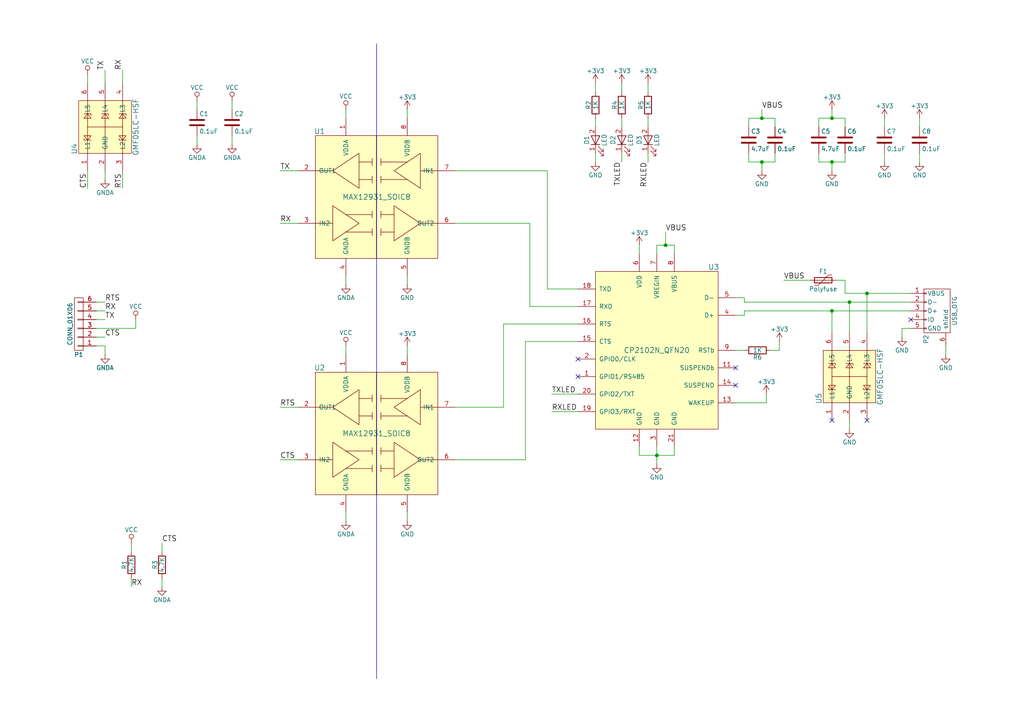
<source format=kicad_sch>
(kicad_sch (version 20230121) (generator eeschema)
  (paper "A4")
  (lib_symbols
    (symbol "usb_uart-rescue:+3V3" (power) (pin_names (offset 0))
      (property "Value" "+3V3" (at 0 3.556 0))
      (symbol "+3V3_0_1"
        (polyline (pts (xy -0.762 1.27) (xy 0 2.54)))
        (polyline (pts (xy 0 0) (xy 0 2.54)))
        (polyline (pts (xy 0 2.54) (xy 0.762 1.27)))
      )
      (symbol "+3V3_1_1"
        (pin power_in line (at 0 0 90) (length 0) hide (name "+3V3") (number "1"))
      )
    )
    (symbol "usb_uart-rescue:C" (pin_numbers hide) (pin_names (offset 0.254))
      (property "Reference" "C" (at 0.635 2.54 0))
      (property "Value" "C" (at 0.635 -2.54 0))
      (symbol "C_0_1"
        (polyline (pts (xy -2.032 -0.762) (xy 2.032 -0.762)) (stroke (width 0.508)))
        (polyline (pts (xy -2.032 0.762) (xy 2.032 0.762)) (stroke (width 0.508)))
      )
      (symbol "C_1_1"
        (pin passive line (at 0 3.81 270) (length 2.794) (name "~") (number "1"))
        (pin passive line (at 0 -3.81 90) (length 2.794) (name "~") (number "2"))
      )
    )
    (symbol "usb_uart-rescue:CONN_01X06" (pin_names (offset 1.016) hide)
      (property "Reference" "P" (at 0 8.89 0))
      (property "Value" "CONN_01X06" (at 2.54 0 90))
      (symbol "CONN_01X06_0_1"
        (rectangle (start -1.27 -6.223) (end 0.254 -6.477))
        (rectangle (start -1.27 -3.683) (end 0.254 -3.937))
        (rectangle (start -1.27 -1.143) (end 0.254 -1.397))
        (rectangle (start -1.27 1.397) (end 0.254 1.143))
        (rectangle (start -1.27 3.937) (end 0.254 3.683))
        (rectangle (start -1.27 6.477) (end 0.254 6.223))
        (rectangle (start -1.27 7.62) (end 1.27 -7.62))
      )
      (symbol "CONN_01X06_1_1"
        (pin passive line (at -5.08 6.35 0) (length 3.81) (name "P1") (number "1"))
        (pin passive line (at -5.08 3.81 0) (length 3.81) (name "P2") (number "2"))
        (pin passive line (at -5.08 1.27 0) (length 3.81) (name "P3") (number "3"))
        (pin passive line (at -5.08 -1.27 0) (length 3.81) (name "P4") (number "4"))
        (pin passive line (at -5.08 -3.81 0) (length 3.81) (name "P5") (number "5"))
        (pin passive line (at -5.08 -6.35 0) (length 3.81) (name "P6") (number "6"))
      )
    )
    (symbol "usb_uart-rescue:CP2102N_QFN20" (pin_names (offset 1.016))
      (property "Reference" "U" (at -16.51 24.13 0))
      (property "Value" "CP2102N_QFN20" (at 0 0 0))
      (symbol "CP2102N_QFN20_0_1"
        (rectangle (start -17.78 22.86) (end 17.78 -22.86) (fill (type background)))
      )
      (symbol "CP2102N_QFN20_1_1"
        (pin bidirectional line (at 22.86 -7.62 180) (length 5.08) (name "GPIO1/RS485") (number "1"))
        (pin no_connect line (at -22.86 -20.32 0) (length 5.08) hide (name "NC") (number "10"))
        (pin output line (at -22.86 -5.08 0) (length 5.08) (name "SUSPENDb") (number "11"))
        (pin power_in line (at 5.08 -27.94 90) (length 5.08) (name "GND") (number "12"))
        (pin input line (at -22.86 -15.24 0) (length 5.08) (name "WAKEUP") (number "13"))
        (pin output line (at -22.86 -10.16 0) (length 5.08) (name "SUSPEND") (number "14"))
        (pin input line (at 22.86 2.54 180) (length 5.08) (name "CTS") (number "15"))
        (pin output line (at 22.86 7.62 180) (length 5.08) (name "RTS") (number "16"))
        (pin input line (at 22.86 12.7 180) (length 5.08) (name "RXD") (number "17"))
        (pin output line (at 22.86 17.78 180) (length 5.08) (name "TXD") (number "18"))
        (pin bidirectional line (at 22.86 -17.78 180) (length 5.08) (name "GPIO3/RXT") (number "19"))
        (pin bidirectional line (at 22.86 -2.54 180) (length 5.08) (name "GPIO0/CLK") (number "2"))
        (pin bidirectional line (at 22.86 -12.7 180) (length 5.08) (name "GPIO2/TXT") (number "20"))
        (pin power_in line (at -5.08 -27.94 90) (length 5.08) (name "GND") (number "21"))
        (pin power_in line (at 0 -27.94 90) (length 5.08) (name "GND") (number "3"))
        (pin input line (at -22.86 10.16 0) (length 5.08) (name "D+") (number "4"))
        (pin input line (at -22.86 15.24 0) (length 5.08) (name "D-") (number "5"))
        (pin power_out line (at 5.08 27.94 270) (length 5.08) (name "VDD") (number "6"))
        (pin power_in line (at 0 27.94 270) (length 5.08) (name "VREGIN") (number "7"))
        (pin input line (at -5.08 27.94 270) (length 5.08) (name "VBUS") (number "8"))
        (pin input line (at -22.86 0 0) (length 5.08) (name "RSTb") (number "9"))
      )
    )
    (symbol "usb_uart-rescue:GMF05LC-HSF" (pin_names (offset 1.016))
      (property "Reference" "U" (at -6.35 8.89 0))
      (property "Value" "GMF05LC-HSF" (at 0 -8.89 0))
      (symbol "GMF05LC-HSF_0_1"
        (rectangle (start -7.62 7.62) (end 7.62 -7.62) (fill (type background)))
        (polyline (pts (xy -7.62 0) (xy 0 0)))
        (polyline (pts (xy 0 -5.08) (xy -7.62 -5.08)))
        (polyline (pts (xy 0 -5.08) (xy 7.62 -5.08)))
        (polyline (pts (xy 0 0) (xy 0 -5.08)))
        (polyline (pts (xy 0 0) (xy 0 5.08)))
        (polyline (pts (xy 0 0) (xy 7.62 0)))
        (polyline (pts (xy 0 5.08) (xy -7.62 5.08)))
        (polyline (pts (xy 0 5.08) (xy 7.62 5.08)))
        (polyline (pts (xy -3.81 -6.096) (xy -3.81 -4.064) (xy -3.302 -4.064)))
        (polyline (pts (xy -3.81 4.064) (xy -3.81 6.096) (xy -3.302 6.096)))
        (polyline (pts (xy 3.81 -4.064) (xy 3.81 -6.096) (xy 3.302 -6.096)))
        (polyline (pts (xy 3.81 1.016) (xy 3.81 -1.016) (xy 3.302 -1.016)))
        (polyline (pts (xy 3.81 6.096) (xy 3.81 4.064) (xy 3.302 4.064)))
        (polyline (pts (xy -2.54 -4.064) (xy -2.54 -6.096) (xy -3.81 -5.08) (xy -2.54 -4.064)))
        (polyline (pts (xy -2.54 6.096) (xy -2.54 4.064) (xy -3.81 5.08) (xy -2.54 6.096)))
        (polyline (pts (xy 2.54 -4.064) (xy 2.54 -6.096) (xy 3.81 -5.08) (xy 2.54 -4.064)))
        (polyline (pts (xy 2.54 1.016) (xy 2.54 -1.016) (xy 3.81 0) (xy 2.54 1.016)))
        (polyline (pts (xy 2.54 6.096) (xy 2.54 4.064) (xy 3.81 5.08) (xy 2.54 6.096)))
      )
      (symbol "GMF05LC-HSF_1_1"
        (pin passive line (at -12.7 5.08 0) (length 5.08) (name "L1") (number "1"))
        (pin passive line (at -12.7 0 0) (length 5.08) (name "GND") (number "2"))
        (pin passive line (at -12.7 -5.08 0) (length 5.08) (name "L2") (number "3"))
        (pin passive line (at 12.7 -5.08 180) (length 5.08) (name "L3") (number "4"))
        (pin passive line (at 12.7 0 180) (length 5.08) (name "L4") (number "5"))
        (pin passive line (at 12.7 5.08 180) (length 5.08) (name "L5") (number "6"))
      )
    )
    (symbol "usb_uart-rescue:GND" (power) (pin_names (offset 0))
      (property "Value" "GND" (at 0 -3.81 0))
      (symbol "GND_0_1"
        (polyline (pts (xy 0 0) (xy 0 -1.27) (xy 1.27 -1.27) (xy 0 -2.54) (xy -1.27 -1.27) (xy 0 -1.27)))
      )
      (symbol "GND_1_1"
        (pin power_in line (at 0 0 270) (length 0) hide (name "GND") (number "1"))
      )
    )
    (symbol "usb_uart-rescue:GNDA" (power) (pin_names (offset 0))
      (property "Value" "GNDA" (at 0 -3.81 0))
      (symbol "GNDA_0_1"
        (polyline (pts (xy 0 0) (xy 0 -1.27) (xy 1.27 -1.27) (xy 0 -2.54) (xy -1.27 -1.27) (xy 0 -1.27)))
      )
      (symbol "GNDA_1_1"
        (pin power_in line (at 0 0 270) (length 0) hide (name "GNDA") (number "1"))
      )
    )
    (symbol "usb_uart-rescue:LED" (pin_names (offset 1.016) hide)
      (property "Reference" "D" (at 0 2.54 0))
      (property "Value" "LED" (at 0 -2.54 0))
      (symbol "LED_0_1"
        (polyline (pts (xy -1.27 -1.27) (xy -1.27 1.27)) (stroke (width 0.2032)))
        (polyline (pts (xy -1.27 0) (xy 1.27 0)))
        (polyline (pts (xy 1.27 -1.27) (xy 1.27 1.27) (xy -1.27 0) (xy 1.27 -1.27)) (stroke (width 0.2032)))
        (polyline (pts (xy -3.048 -0.762) (xy -4.572 -2.286) (xy -3.81 -2.286) (xy -4.572 -2.286) (xy -4.572 -1.524)))
        (polyline (pts (xy -1.778 -0.762) (xy -3.302 -2.286) (xy -2.54 -2.286) (xy -3.302 -2.286) (xy -3.302 -1.524)))
      )
      (symbol "LED_1_1"
        (pin passive line (at -3.81 0 0) (length 2.54) (name "K") (number "1"))
        (pin passive line (at 3.81 0 180) (length 2.54) (name "A") (number "2"))
      )
    )
    (symbol "usb_uart-rescue:MAX12931_SOIC8" (pin_names (offset 1.016))
      (property "Reference" "U" (at -16.51 19.05 0))
      (property "Value" "MAX12931_SOIC8" (at 0 0 0))
      (symbol "MAX12931_SOIC8_0_1"
        (rectangle (start -17.78 17.78) (end 17.78 -17.78) (fill (type background)))
        (polyline (pts (xy -17.78 7.62) (xy -12.7 7.62)))
        (polyline (pts (xy -12.7 -7.62) (xy -17.78 -7.62)))
        (polyline (pts (xy -8.89 -10.16) (xy -1.27 -10.16)))
        (polyline (pts (xy -8.89 -5.08) (xy -1.27 -5.08)))
        (polyline (pts (xy -5.08 5.08) (xy -1.27 5.08)))
        (polyline (pts (xy -5.08 10.16) (xy -1.27 10.16)))
        (polyline (pts (xy -1.27 -9.144) (xy -1.27 -11.176)))
        (polyline (pts (xy -1.27 -4.064) (xy -1.27 -6.096)))
        (polyline (pts (xy -1.27 6.096) (xy -1.27 4.064)))
        (polyline (pts (xy -1.27 11.176) (xy -1.27 9.144)))
        (polyline (pts (xy 0 17.78) (xy 0 -17.78)))
        (polyline (pts (xy 1.27 -10.16) (xy 5.08 -10.16)))
        (polyline (pts (xy 1.27 -9.144) (xy 1.27 -11.176)))
        (polyline (pts (xy 1.27 -5.08) (xy 5.08 -5.08)))
        (polyline (pts (xy 1.27 -4.064) (xy 1.27 -6.096)))
        (polyline (pts (xy 1.27 6.096) (xy 1.27 4.064)))
        (polyline (pts (xy 1.27 11.176) (xy 1.27 9.144)))
        (polyline (pts (xy 8.89 5.08) (xy 1.27 5.08)))
        (polyline (pts (xy 8.89 10.16) (xy 1.27 10.16)))
        (polyline (pts (xy 12.7 -7.62) (xy 17.78 -7.62)))
        (polyline (pts (xy 17.78 7.62) (xy 12.7 7.62)))
        (polyline (pts (xy -12.7 -2.54) (xy -12.7 -12.7) (xy -5.08 -7.62) (xy -12.7 -2.54)))
        (polyline (pts (xy -12.7 7.62) (xy -5.08 2.54) (xy -5.08 12.7) (xy -12.7 7.62)))
        (polyline (pts (xy 12.7 -7.62) (xy 5.08 -12.7) (xy 5.08 -2.54) (xy 12.7 -7.62)))
        (polyline (pts (xy 12.7 2.54) (xy 12.7 12.7) (xy 5.08 7.62) (xy 12.7 2.54)))
      )
      (symbol "MAX12931_SOIC8_1_1"
        (pin power_in line (at -8.89 22.86 270) (length 5.08) (name "VDDA") (number "1"))
        (pin output line (at -22.86 7.62 0) (length 5.08) (name "OUT1") (number "2"))
        (pin input line (at -22.86 -7.62 0) (length 5.08) (name "IN2") (number "3"))
        (pin power_in line (at -8.89 -22.86 90) (length 5.08) (name "GNDA") (number "4"))
        (pin power_in line (at 8.89 -22.86 90) (length 5.08) (name "GNDB") (number "5"))
        (pin output line (at 22.86 -7.62 180) (length 5.08) (name "OUT2") (number "6"))
        (pin input line (at 22.86 7.62 180) (length 5.08) (name "IN1") (number "7"))
        (pin power_in line (at 8.89 22.86 270) (length 5.08) (name "VDDB") (number "8"))
      )
    )
    (symbol "usb_uart-rescue:Polyfuse" (pin_numbers hide) (pin_names (offset 0))
      (property "Reference" "F" (at -2.54 0 90))
      (property "Value" "Polyfuse" (at 2.54 0 90))
      (symbol "Polyfuse_0_1"
        (rectangle (start -0.762 2.54) (end 0.762 -2.54) (stroke (width 0.254)))
        (polyline (pts (xy 0 2.54) (xy 0 -2.54)))
        (polyline (pts (xy -1.524 2.54) (xy -1.524 1.524) (xy 1.524 -1.524) (xy 1.524 -2.54)))
      )
      (symbol "Polyfuse_1_1"
        (pin passive line (at 0 3.81 270) (length 1.27) (name "~") (number "1"))
        (pin passive line (at 0 -3.81 90) (length 1.27) (name "~") (number "2"))
      )
    )
    (symbol "usb_uart-rescue:R" (pin_numbers hide) (pin_names (offset 0))
      (property "Reference" "R" (at 2.032 0 90))
      (property "Value" "R" (at 0 0 90))
      (symbol "R_0_1"
        (rectangle (start -1.016 -2.54) (end 1.016 2.54) (stroke (width 0.254)))
      )
      (symbol "R_1_1"
        (pin passive line (at 0 3.81 270) (length 1.27) (name "~") (number "1"))
        (pin passive line (at 0 -3.81 90) (length 1.27) (name "~") (number "2"))
      )
    )
    (symbol "usb_uart-rescue:USB_OTG" (pin_names (offset 1.016))
      (property "Reference" "P" (at 8.255 -3.175 0))
      (property "Value" "USB_OTG" (at 0 5.08 0))
      (symbol "USB_OTG_0_1"
        (rectangle (start -6.35 -3.81) (end 6.35 3.81))
        (rectangle (start -5.207 -3.81) (end -4.953 -3.048))
        (rectangle (start -2.667 -3.81) (end -2.413 -3.048))
        (rectangle (start -0.127 -3.81) (end 0.127 -3.048))
        (rectangle (start 2.413 -3.81) (end 2.667 -3.048))
        (rectangle (start 4.953 -3.81) (end 5.207 -3.048))
      )
      (symbol "USB_OTG_1_1"
        (pin power_out line (at -5.08 -7.62 90) (length 3.81) (name "VBUS") (number "1"))
        (pin passive line (at -2.54 -7.62 90) (length 3.81) (name "D-") (number "2"))
        (pin passive line (at 0 -7.62 90) (length 3.81) (name "D+") (number "3"))
        (pin power_in line (at 2.54 -7.62 90) (length 3.81) (name "ID") (number "4"))
        (pin power_in line (at 5.08 -7.62 90) (length 3.81) (name "GND") (number "5"))
        (pin passive line (at 10.16 2.54 180) (length 3.81) (name "shield") (number "6"))
      )
    )
    (symbol "usb_uart-rescue:VCC" (power) (pin_names (offset 0))
      (property "Value" "VCC" (at 0 3.81 0))
      (symbol "VCC_0_1"
        (polyline (pts (xy 0 0) (xy 0 1.27)))
        (circle (center 0 1.905) (radius 0.635))
      )
      (symbol "VCC_1_1"
        (pin power_in line (at 0 0 90) (length 0) hide (name "VCC") (number "1"))
      )
    )
  )
  (junction (at 193.04 71.12))
  (junction (at 241.3 46.99))
  (junction (at 251.46 85.09))
  (junction (at 241.3 34.29))
  (junction (at 220.98 34.29))
  (junction (at 246.38 87.63))
  (junction (at 190.5 132.08))
  (junction (at 220.98 46.99))
  (junction (at 241.3 90.17))
  (no_connect (at 167.64 104.14))
  (no_connect (at 213.36 106.68))
  (no_connect (at 264.16 92.71))
  (no_connect (at 213.36 111.76))
  (no_connect (at 167.64 109.22))
  (no_connect (at 251.46 121.92))
  (no_connect (at 241.3 121.92))
  (wire (pts (xy 180.34 36.83) (xy 180.34 34.29)))
  (wire (pts (xy 241.3 31.75) (xy 241.3 34.29)))
  (wire (pts (xy 27.94 95.25) (xy 39.37 95.25)))
  (wire (pts (xy 30.48 20.32) (xy 30.48 24.13)))
  (wire (pts (xy 86.36 118.11) (xy 81.28 118.11)))
  (wire (pts (xy 187.96 44.45) (xy 187.96 46.99)))
  (wire (pts (xy 167.64 88.9) (xy 153.67 88.9)))
  (wire (pts (xy 220.98 31.75) (xy 220.98 34.29)))
  (wire (pts (xy 222.25 114.3) (xy 222.25 116.84)))
  (wire (pts (xy 27.94 97.79) (xy 30.48 97.79)))
  (wire (pts (xy 246.38 121.92) (xy 246.38 124.46)))
  (wire (pts (xy 39.37 95.25) (xy 39.37 92.71)))
  (wire (pts (xy 30.48 100.33) (xy 30.48 102.87)))
  (wire (pts (xy 46.99 167.64) (xy 46.99 170.18)))
  (wire (pts (xy 217.17 44.45) (xy 217.17 46.99)))
  (wire (pts (xy 185.42 71.12) (xy 185.42 73.66)))
  (wire (pts (xy 27.94 90.17) (xy 30.48 90.17)))
  (polyline (pts (xy 109.22 12.7) (xy 109.22 196.85)))
  (wire (pts (xy 190.5 132.08) (xy 190.5 134.62)))
  (wire (pts (xy 220.98 34.29) (xy 224.79 34.29)))
  (wire (pts (xy 185.42 132.08) (xy 185.42 129.54)))
  (wire (pts (xy 245.11 81.28) (xy 242.57 81.28)))
  (wire (pts (xy 266.7 34.29) (xy 266.7 36.83)))
  (wire (pts (xy 215.9 90.17) (xy 241.3 90.17)))
  (wire (pts (xy 118.11 80.01) (xy 118.11 82.55)))
  (wire (pts (xy 190.5 129.54) (xy 190.5 132.08)))
  (wire (pts (xy 220.98 46.99) (xy 224.79 46.99)))
  (wire (pts (xy 251.46 85.09) (xy 245.11 85.09)))
  (wire (pts (xy 67.31 39.37) (xy 67.31 41.91)))
  (wire (pts (xy 30.48 92.71) (xy 27.94 92.71)))
  (wire (pts (xy 237.49 34.29) (xy 241.3 34.29)))
  (wire (pts (xy 146.05 118.11) (xy 132.08 118.11)))
  (wire (pts (xy 46.99 157.48) (xy 46.99 160.02)))
  (wire (pts (xy 67.31 29.21) (xy 67.31 31.75)))
  (wire (pts (xy 25.4 54.61) (xy 25.4 49.53)))
  (wire (pts (xy 246.38 87.63) (xy 264.16 87.63)))
  (wire (pts (xy 226.06 101.6) (xy 223.52 101.6)))
  (wire (pts (xy 153.67 88.9) (xy 153.67 64.77)))
  (wire (pts (xy 81.28 49.53) (xy 86.36 49.53)))
  (wire (pts (xy 172.72 24.13) (xy 172.72 26.67)))
  (wire (pts (xy 220.98 46.99) (xy 220.98 49.53)))
  (wire (pts (xy 172.72 44.45) (xy 172.72 46.99)))
  (wire (pts (xy 224.79 46.99) (xy 224.79 44.45)))
  (wire (pts (xy 237.49 46.99) (xy 241.3 46.99)))
  (wire (pts (xy 195.58 71.12) (xy 195.58 73.66)))
  (wire (pts (xy 234.95 81.28) (xy 227.33 81.28)))
  (wire (pts (xy 190.5 71.12) (xy 193.04 71.12)))
  (wire (pts (xy 264.16 95.25) (xy 261.62 95.25)))
  (wire (pts (xy 187.96 24.13) (xy 187.96 26.67)))
  (wire (pts (xy 153.67 64.77) (xy 132.08 64.77)))
  (wire (pts (xy 215.9 101.6) (xy 213.36 101.6)))
  (wire (pts (xy 180.34 24.13) (xy 180.34 26.67)))
  (wire (pts (xy 146.05 93.98) (xy 146.05 118.11)))
  (wire (pts (xy 118.11 148.59) (xy 118.11 151.13)))
  (wire (pts (xy 190.5 132.08) (xy 195.58 132.08)))
  (wire (pts (xy 215.9 86.36) (xy 213.36 86.36)))
  (wire (pts (xy 167.64 93.98) (xy 146.05 93.98)))
  (wire (pts (xy 215.9 87.63) (xy 215.9 86.36)))
  (wire (pts (xy 245.11 34.29) (xy 245.11 36.83)))
  (wire (pts (xy 158.75 83.82) (xy 158.75 49.53)))
  (wire (pts (xy 256.54 44.45) (xy 256.54 46.99)))
  (wire (pts (xy 158.75 49.53) (xy 132.08 49.53)))
  (wire (pts (xy 215.9 91.44) (xy 213.36 91.44)))
  (wire (pts (xy 167.64 83.82) (xy 158.75 83.82)))
  (wire (pts (xy 217.17 46.99) (xy 220.98 46.99)))
  (wire (pts (xy 100.33 31.75) (xy 100.33 34.29)))
  (wire (pts (xy 241.3 46.99) (xy 241.3 49.53)))
  (wire (pts (xy 193.04 71.12) (xy 195.58 71.12)))
  (wire (pts (xy 27.94 100.33) (xy 30.48 100.33)))
  (wire (pts (xy 25.4 21.59) (xy 25.4 24.13)))
  (wire (pts (xy 215.9 87.63) (xy 246.38 87.63)))
  (wire (pts (xy 261.62 95.25) (xy 261.62 97.79)))
  (wire (pts (xy 246.38 96.52) (xy 246.38 87.63)))
  (wire (pts (xy 195.58 132.08) (xy 195.58 129.54)))
  (wire (pts (xy 222.25 116.84) (xy 213.36 116.84)))
  (wire (pts (xy 86.36 133.35) (xy 81.28 133.35)))
  (wire (pts (xy 217.17 34.29) (xy 217.17 36.83)))
  (wire (pts (xy 241.3 96.52) (xy 241.3 90.17)))
  (wire (pts (xy 160.02 119.38) (xy 167.64 119.38)))
  (wire (pts (xy 167.64 99.06) (xy 152.4 99.06)))
  (wire (pts (xy 274.32 100.33) (xy 274.32 102.87)))
  (wire (pts (xy 224.79 34.29) (xy 224.79 36.83)))
  (wire (pts (xy 86.36 64.77) (xy 81.28 64.77)))
  (wire (pts (xy 167.64 114.3) (xy 160.02 114.3)))
  (wire (pts (xy 193.04 71.12) (xy 193.04 67.31)))
  (wire (pts (xy 100.33 80.01) (xy 100.33 82.55)))
  (wire (pts (xy 190.5 73.66) (xy 190.5 71.12)))
  (wire (pts (xy 185.42 132.08) (xy 190.5 132.08)))
  (wire (pts (xy 152.4 99.06) (xy 152.4 133.35)))
  (wire (pts (xy 241.3 90.17) (xy 264.16 90.17)))
  (wire (pts (xy 35.56 49.53) (xy 35.56 54.61)))
  (wire (pts (xy 30.48 87.63) (xy 27.94 87.63)))
  (wire (pts (xy 180.34 44.45) (xy 180.34 46.99)))
  (wire (pts (xy 30.48 49.53) (xy 30.48 52.07)))
  (wire (pts (xy 35.56 20.32) (xy 35.56 24.13)))
  (wire (pts (xy 237.49 34.29) (xy 237.49 36.83)))
  (wire (pts (xy 266.7 44.45) (xy 266.7 46.99)))
  (wire (pts (xy 152.4 133.35) (xy 132.08 133.35)))
  (wire (pts (xy 57.15 39.37) (xy 57.15 41.91)))
  (wire (pts (xy 187.96 36.83) (xy 187.96 34.29)))
  (wire (pts (xy 118.11 31.75) (xy 118.11 34.29)))
  (wire (pts (xy 237.49 44.45) (xy 237.49 46.99)))
  (wire (pts (xy 241.3 46.99) (xy 245.11 46.99)))
  (wire (pts (xy 251.46 96.52) (xy 251.46 85.09)))
  (wire (pts (xy 264.16 85.09) (xy 251.46 85.09)))
  (wire (pts (xy 38.1 157.48) (xy 38.1 160.02)))
  (wire (pts (xy 57.15 29.21) (xy 57.15 31.75)))
  (wire (pts (xy 118.11 100.33) (xy 118.11 102.87)))
  (wire (pts (xy 245.11 85.09) (xy 245.11 81.28)))
  (wire (pts (xy 215.9 90.17) (xy 215.9 91.44)))
  (wire (pts (xy 217.17 34.29) (xy 220.98 34.29)))
  (wire (pts (xy 100.33 148.59) (xy 100.33 151.13)))
  (wire (pts (xy 256.54 34.29) (xy 256.54 36.83)))
  (wire (pts (xy 226.06 99.06) (xy 226.06 101.6)))
  (wire (pts (xy 172.72 36.83) (xy 172.72 34.29)))
  (wire (pts (xy 245.11 46.99) (xy 245.11 44.45)))
  (wire (pts (xy 38.1 167.64) (xy 38.1 170.18)))
  (wire (pts (xy 241.3 34.29) (xy 245.11 34.29)))
  (wire (pts (xy 100.33 100.33) (xy 100.33 102.87)))
  (label "CTS" (at 25.4 54.61 90) (effects (font (size 1.524 1.524))))
  (label "RX" (at 38.1 170.18 0) (effects (font (size 1.524 1.524))))
  (label "RX" (at 30.48 90.17 0) (effects (font (size 1.524 1.524))))
  (label "TX" (at 30.48 20.32 90) (effects (font (size 1.524 1.524))))
  (label "RXLED" (at 187.96 46.99 270) (effects (font (size 1.524 1.524))))
  (label "TX" (at 30.48 92.71 0) (effects (font (size 1.524 1.524))))
  (label "VBUS" (at 193.04 67.31 0) (effects (font (size 1.524 1.524))))
  (label "VBUS" (at 227.33 81.28 0) (effects (font (size 1.524 1.524))))
  (label "RTS" (at 30.48 87.63 0) (effects (font (size 1.524 1.524))))
  (label "CTS" (at 46.99 157.48 0) (effects (font (size 1.524 1.524))))
  (label "RXLED" (at 160.02 119.38 0) (effects (font (size 1.524 1.524))))
  (label "TX" (at 81.28 49.53 0) (effects (font (size 1.524 1.524))))
  (label "RTS" (at 81.28 118.11 0) (effects (font (size 1.524 1.524))))
  (label "TXLED" (at 180.34 46.99 270) (effects (font (size 1.524 1.524))))
  (label "RTS" (at 35.56 54.61 90) (effects (font (size 1.524 1.524))))
  (label "CTS" (at 30.48 97.79 0) (effects (font (size 1.524 1.524))))
  (label "CTS" (at 81.28 133.35 0) (effects (font (size 1.524 1.524))))
  (label "RX" (at 81.28 64.77 0) (effects (font (size 1.524 1.524))))
  (label "VBUS" (at 220.98 31.75 0) (effects (font (size 1.524 1.524))))
  (label "TXLED" (at 160.02 114.3 0) (effects (font (size 1.524 1.524))))
  (label "RX" (at 35.56 20.32 90) (effects (font (size 1.524 1.524))))
  (symbol (lib_id "usb_uart-rescue:USB_OTG") (at 271.78 90.17 270) (unit 1)
    (property "Reference" "P2" (at 268.605 98.425 0))
    (property "Value" "USB_OTG" (at 276.86 90.17 0))
    (property "Footprint" "hirose:ZX62D-B-5PA8" (effects hide))
  )
  (symbol (lib_id "usb_uart-rescue:GND") (at 261.62 97.79 0) (unit 1)
    (property "Reference" "#PWR33" (effects hide))
    (property "Value" "GND" (at 261.62 101.6 0))
  )
  (symbol (lib_id "usb_uart-rescue:GND") (at 274.32 102.87 0) (unit 1)
    (property "Reference" "#PWR36" (effects hide))
    (property "Value" "GND" (at 274.32 106.68 0))
  )
  (symbol (lib_id "usb_uart-rescue:GND") (at 190.5 134.62 0) (unit 1)
    (property "Reference" "#PWR24" (effects hide))
    (property "Value" "GND" (at 190.5 138.43 0))
  )
  (symbol (lib_id "usb_uart-rescue:+3V3") (at 185.42 71.12 0) (unit 1)
    (property "Reference" "#PWR22" (effects hide))
    (property "Value" "+3V3" (at 185.42 67.564 0))
  )
  (symbol (lib_id "usb_uart-rescue:C") (at 217.17 40.64 0) (unit 1)
    (property "Reference" "C3" (at 217.805 38.1 0) (effects (justify left)))
    (property "Value" "4.7uF" (at 217.805 43.18 0) (effects (justify left)))
    (property "Footprint" "Capacitors_SMD:C_0603" (effects hide))
  )
  (symbol (lib_id "usb_uart-rescue:C") (at 224.79 40.64 0) (unit 1)
    (property "Reference" "C4" (at 225.425 38.1 0) (effects (justify left)))
    (property "Value" "0.1uF" (at 225.425 43.18 0) (effects (justify left)))
    (property "Footprint" "Capacitors_SMD:C_0603" (effects hide))
  )
  (symbol (lib_id "usb_uart-rescue:C") (at 237.49 40.64 0) (unit 1)
    (property "Reference" "C5" (at 238.125 38.1 0) (effects (justify left)))
    (property "Value" "4.7uF" (at 238.125 43.18 0) (effects (justify left)))
    (property "Footprint" "Capacitors_SMD:C_0603" (effects hide))
  )
  (symbol (lib_id "usb_uart-rescue:C") (at 245.11 40.64 0) (unit 1)
    (property "Reference" "C6" (at 245.745 38.1 0) (effects (justify left)))
    (property "Value" "0.1uF" (at 245.745 43.18 0) (effects (justify left)))
    (property "Footprint" "Capacitors_SMD:C_0603" (effects hide))
  )
  (symbol (lib_id "usb_uart-rescue:GND") (at 220.98 49.53 0) (unit 1)
    (property "Reference" "#PWR25" (effects hide))
    (property "Value" "GND" (at 220.98 53.34 0))
  )
  (symbol (lib_id "usb_uart-rescue:GND") (at 241.3 49.53 0) (unit 1)
    (property "Reference" "#PWR29" (effects hide))
    (property "Value" "GND" (at 241.3 53.34 0))
  )
  (symbol (lib_id "usb_uart-rescue:+3V3") (at 241.3 31.75 0) (unit 1)
    (property "Reference" "#PWR28" (effects hide))
    (property "Value" "+3V3" (at 241.3 28.194 0))
  )
  (symbol (lib_id "usb_uart-rescue:GND") (at 246.38 124.46 0) (unit 1)
    (property "Reference" "#PWR30" (effects hide))
    (property "Value" "GND" (at 246.38 128.27 0))
  )
  (symbol (lib_id "usb_uart-rescue:R") (at 219.71 101.6 270) (unit 1)
    (property "Reference" "R6" (at 219.71 103.632 90))
    (property "Value" "1K" (at 219.71 101.6 90))
    (property "Footprint" "Resistors_SMD:R_0603" (effects hide))
  )
  (symbol (lib_id "usb_uart-rescue:+3V3") (at 226.06 99.06 0) (unit 1)
    (property "Reference" "#PWR27" (effects hide))
    (property "Value" "+3V3" (at 226.06 95.504 0))
  )
  (symbol (lib_id "usb_uart-rescue:+3V3") (at 222.25 114.3 0) (unit 1)
    (property "Reference" "#PWR26" (effects hide))
    (property "Value" "+3V3" (at 222.25 110.744 0))
  )
  (symbol (lib_id "usb_uart-rescue:LED") (at 187.96 40.64 90) (unit 1)
    (property "Reference" "D3" (at 185.42 40.64 0))
    (property "Value" "LED" (at 190.5 40.64 0))
    (property "Footprint" "LEDs:LED_0603" (effects hide))
  )
  (symbol (lib_id "usb_uart-rescue:R") (at 187.96 30.48 180) (unit 1)
    (property "Reference" "R5" (at 185.928 30.48 90))
    (property "Value" "1K" (at 187.96 30.48 90))
    (property "Footprint" "Resistors_SMD:R_0603" (effects hide))
  )
  (symbol (lib_id "usb_uart-rescue:+3V3") (at 187.96 24.13 0) (unit 1)
    (property "Reference" "#PWR23" (effects hide))
    (property "Value" "+3V3" (at 187.96 20.574 0))
  )
  (symbol (lib_id "usb_uart-rescue:LED") (at 180.34 40.64 90) (unit 1)
    (property "Reference" "D2" (at 177.8 40.64 0))
    (property "Value" "LED" (at 182.88 40.64 0))
    (property "Footprint" "LEDs:LED_0603" (effects hide))
  )
  (symbol (lib_id "usb_uart-rescue:R") (at 180.34 30.48 180) (unit 1)
    (property "Reference" "R4" (at 178.308 30.48 90))
    (property "Value" "1K" (at 180.34 30.48 90))
    (property "Footprint" "Resistors_SMD:R_0603" (effects hide))
  )
  (symbol (lib_id "usb_uart-rescue:+3V3") (at 180.34 24.13 0) (unit 1)
    (property "Reference" "#PWR21" (effects hide))
    (property "Value" "+3V3" (at 180.34 20.574 0))
  )
  (symbol (lib_id "usb_uart-rescue:MAX12931_SOIC8") (at 109.22 57.15 0) (unit 1)
    (property "Reference" "U1" (at 92.71 38.1 0) (effects (font (size 1.524 1.524))))
    (property "Value" "MAX12931_SOIC8" (at 109.22 57.15 0) (effects (font (size 1.524 1.524))))
    (property "Footprint" "Housings_SOIC:SOIC-8_3.9x4.9mm_Pitch1.27mm" (effects hide))
  )
  (symbol (lib_id "usb_uart-rescue:MAX12931_SOIC8") (at 109.22 125.73 0) (unit 1)
    (property "Reference" "U2" (at 92.71 106.68 0) (effects (font (size 1.524 1.524))))
    (property "Value" "MAX12931_SOIC8" (at 109.22 125.73 0) (effects (font (size 1.524 1.524))))
    (property "Footprint" "Housings_SOIC:SOIC-8_3.9x4.9mm_Pitch1.27mm" (effects hide))
  )
  (symbol (lib_id "usb_uart-rescue:GND") (at 118.11 151.13 0) (unit 1)
    (property "Reference" "#PWR18" (effects hide))
    (property "Value" "GND" (at 118.11 154.94 0))
  )
  (symbol (lib_id "usb_uart-rescue:GND") (at 118.11 82.55 0) (unit 1)
    (property "Reference" "#PWR16" (effects hide))
    (property "Value" "GND" (at 118.11 86.36 0))
  )
  (symbol (lib_id "usb_uart-rescue:+3V3") (at 118.11 31.75 0) (unit 1)
    (property "Reference" "#PWR15" (effects hide))
    (property "Value" "+3V3" (at 118.11 28.194 0))
  )
  (symbol (lib_id "usb_uart-rescue:C") (at 256.54 40.64 0) (unit 1)
    (property "Reference" "C7" (at 257.175 38.1 0) (effects (justify left)))
    (property "Value" "0.1uF" (at 257.175 43.18 0) (effects (justify left)))
    (property "Footprint" "Capacitors_SMD:C_0603" (effects hide))
  )
  (symbol (lib_id "usb_uart-rescue:+3V3") (at 256.54 34.29 0) (unit 1)
    (property "Reference" "#PWR31" (effects hide))
    (property "Value" "+3V3" (at 256.54 30.734 0))
  )
  (symbol (lib_id "usb_uart-rescue:GND") (at 256.54 46.99 0) (unit 1)
    (property "Reference" "#PWR32" (effects hide))
    (property "Value" "GND" (at 256.54 50.8 0))
  )
  (symbol (lib_id "usb_uart-rescue:C") (at 266.7 40.64 0) (unit 1)
    (property "Reference" "C8" (at 267.335 38.1 0) (effects (justify left)))
    (property "Value" "0.1uF" (at 267.335 43.18 0) (effects (justify left)))
    (property "Footprint" "Capacitors_SMD:C_0603" (effects hide))
  )
  (symbol (lib_id "usb_uart-rescue:+3V3") (at 266.7 34.29 0) (unit 1)
    (property "Reference" "#PWR34" (effects hide))
    (property "Value" "+3V3" (at 266.7 30.734 0))
  )
  (symbol (lib_id "usb_uart-rescue:GND") (at 266.7 46.99 0) (unit 1)
    (property "Reference" "#PWR35" (effects hide))
    (property "Value" "GND" (at 266.7 50.8 0))
  )
  (symbol (lib_id "usb_uart-rescue:+3V3") (at 118.11 100.33 0) (unit 1)
    (property "Reference" "#PWR17" (effects hide))
    (property "Value" "+3V3" (at 118.11 96.774 0))
  )
  (symbol (lib_id "usb_uart-rescue:CONN_01X06") (at 22.86 93.98 180) (unit 1)
    (property "Reference" "P1" (at 22.86 102.87 0))
    (property "Value" "CONN_01X06" (at 20.32 93.98 90))
    (property "Footprint" "Pin_Headers:Pin_Header_Angled_1x06_Pitch2.54mm" (effects hide))
  )
  (symbol (lib_id "usb_uart-rescue:GNDA") (at 30.48 102.87 0) (unit 1)
    (property "Reference" "#PWR2" (effects hide))
    (property "Value" "GNDA" (at 30.48 106.68 0))
  )
  (symbol (lib_id "usb_uart-rescue:VCC") (at 39.37 92.71 0) (unit 1)
    (property "Reference" "#PWR5" (effects hide))
    (property "Value" "VCC" (at 39.37 88.9 0))
  )
  (symbol (lib_id "usb_uart-rescue:GNDA") (at 100.33 151.13 0) (unit 1)
    (property "Reference" "#PWR14" (effects hide))
    (property "Value" "GNDA" (at 100.33 154.94 0))
  )
  (symbol (lib_id "usb_uart-rescue:GNDA") (at 100.33 82.55 0) (unit 1)
    (property "Reference" "#PWR12" (effects hide))
    (property "Value" "GNDA" (at 100.33 86.36 0))
  )
  (symbol (lib_id "usb_uart-rescue:VCC") (at 100.33 100.33 0) (unit 1)
    (property "Reference" "#PWR13" (effects hide))
    (property "Value" "VCC" (at 100.33 96.52 0))
  )
  (symbol (lib_id "usb_uart-rescue:VCC") (at 100.33 31.75 0) (unit 1)
    (property "Reference" "#PWR11" (effects hide))
    (property "Value" "VCC" (at 100.33 27.94 0))
  )
  (symbol (lib_id "usb_uart-rescue:LED") (at 172.72 40.64 90) (unit 1)
    (property "Reference" "D1" (at 170.18 40.64 0))
    (property "Value" "LED" (at 175.26 40.64 0))
    (property "Footprint" "LEDs:LED_0603" (effects hide))
  )
  (symbol (lib_id "usb_uart-rescue:R") (at 172.72 30.48 180) (unit 1)
    (property "Reference" "R2" (at 170.688 30.48 90))
    (property "Value" "1K" (at 172.72 30.48 90))
    (property "Footprint" "Resistors_SMD:R_0603" (effects hide))
  )
  (symbol (lib_id "usb_uart-rescue:R") (at 38.1 163.83 180) (unit 1)
    (property "Reference" "R1" (at 36.068 163.83 90))
    (property "Value" "4.7K" (at 38.1 163.83 90))
    (property "Footprint" "Resistors_SMD:R_0603" (effects hide))
  )
  (symbol (lib_id "usb_uart-rescue:R") (at 46.99 163.83 180) (unit 1)
    (property "Reference" "R3" (at 44.958 163.83 90))
    (property "Value" "4.7K" (at 46.99 163.83 90))
    (property "Footprint" "Resistors_SMD:R_0603" (effects hide))
  )
  (symbol (lib_id "usb_uart-rescue:VCC") (at 38.1 157.48 0) (unit 1)
    (property "Reference" "#PWR4" (effects hide))
    (property "Value" "VCC" (at 38.1 153.67 0))
  )
  (symbol (lib_id "usb_uart-rescue:GNDA") (at 46.99 170.18 0) (unit 1)
    (property "Reference" "#PWR6" (effects hide))
    (property "Value" "GNDA" (at 46.99 173.99 0))
  )
  (symbol (lib_id "usb_uart-rescue:C") (at 57.15 35.56 0) (unit 1)
    (property "Reference" "C1" (at 57.785 33.02 0) (effects (justify left)))
    (property "Value" "0.1uF" (at 57.785 38.1 0) (effects (justify left)))
    (property "Footprint" "Capacitors_SMD:C_0603" (effects hide))
  )
  (symbol (lib_id "usb_uart-rescue:C") (at 67.31 35.56 0) (unit 1)
    (property "Reference" "C2" (at 67.945 33.02 0) (effects (justify left)))
    (property "Value" "0.1uF" (at 67.945 38.1 0) (effects (justify left)))
    (property "Footprint" "Capacitors_SMD:C_0603" (effects hide))
  )
  (symbol (lib_id "usb_uart-rescue:VCC") (at 67.31 29.21 0) (unit 1)
    (property "Reference" "#PWR9" (effects hide))
    (property "Value" "VCC" (at 67.31 25.4 0))
  )
  (symbol (lib_id "usb_uart-rescue:VCC") (at 57.15 29.21 0) (unit 1)
    (property "Reference" "#PWR7" (effects hide))
    (property "Value" "VCC" (at 57.15 25.4 0))
  )
  (symbol (lib_id "usb_uart-rescue:GNDA") (at 57.15 41.91 0) (unit 1)
    (property "Reference" "#PWR8" (effects hide))
    (property "Value" "GNDA" (at 57.15 45.72 0))
  )
  (symbol (lib_id "usb_uart-rescue:GNDA") (at 67.31 41.91 0) (unit 1)
    (property "Reference" "#PWR10" (effects hide))
    (property "Value" "GNDA" (at 67.31 45.72 0))
  )
  (symbol (lib_id "usb_uart-rescue:Polyfuse") (at 238.76 81.28 270) (unit 1)
    (property "Reference" "F1" (at 238.76 78.74 90))
    (property "Value" "Polyfuse" (at 238.76 83.82 90))
    (property "Footprint" "fuse:fuse_1206" (effects hide))
  )
  (symbol (lib_id "usb_uart-rescue:+3V3") (at 172.72 24.13 0) (unit 1)
    (property "Reference" "#PWR19" (effects hide))
    (property "Value" "+3V3" (at 172.72 20.574 0))
  )
  (symbol (lib_id "usb_uart-rescue:GND") (at 172.72 46.99 0) (unit 1)
    (property "Reference" "#PWR20" (effects hide))
    (property "Value" "GND" (at 172.72 50.8 0))
  )
  (symbol (lib_id "usb_uart-rescue:CP2102N_QFN20") (at 190.5 101.6 0) (mirror y) (unit 1)
    (property "Reference" "U3" (at 207.01 77.47 0) (effects (font (size 1.524 1.524))))
    (property "Value" "CP2102N_QFN20" (at 190.5 101.6 0) (effects (font (size 1.524 1.524))))
    (property "Footprint" "qfn:QFN-20-1EP_3x3mm_Pitch0.5mm" (effects hide))
  )
  (symbol (lib_id "usb_uart-rescue:GMF05LC-HSF") (at 246.38 109.22 90) (unit 1)
    (property "Reference" "U5" (at 237.49 115.57 0) (effects (font (size 1.524 1.524))))
    (property "Value" "GMF05LC-HSF" (at 255.27 109.22 0) (effects (font (size 1.524 1.524))))
    (property "Footprint" "vishay:LLP75-6L" (effects hide))
  )
  (symbol (lib_id "usb_uart-rescue:GMF05LC-HSF") (at 30.48 36.83 90) (unit 1)
    (property "Reference" "U4" (at 21.59 43.18 0) (effects (font (size 1.524 1.524))))
    (property "Value" "GMF05LC-HSF" (at 39.37 36.83 0) (effects (font (size 1.524 1.524))))
    (property "Footprint" "vishay:LLP75-6L" (effects hide))
  )
  (symbol (lib_id "usb_uart-rescue:GNDA") (at 30.48 52.07 0) (unit 1)
    (property "Reference" "#PWR3" (effects hide))
    (property "Value" "GNDA" (at 30.48 55.88 0))
  )
  (symbol (lib_id "usb_uart-rescue:VCC") (at 25.4 21.59 0) (unit 1)
    (property "Reference" "#PWR1" (effects hide))
    (property "Value" "VCC" (at 25.4 17.78 0))
  )
)
</source>
